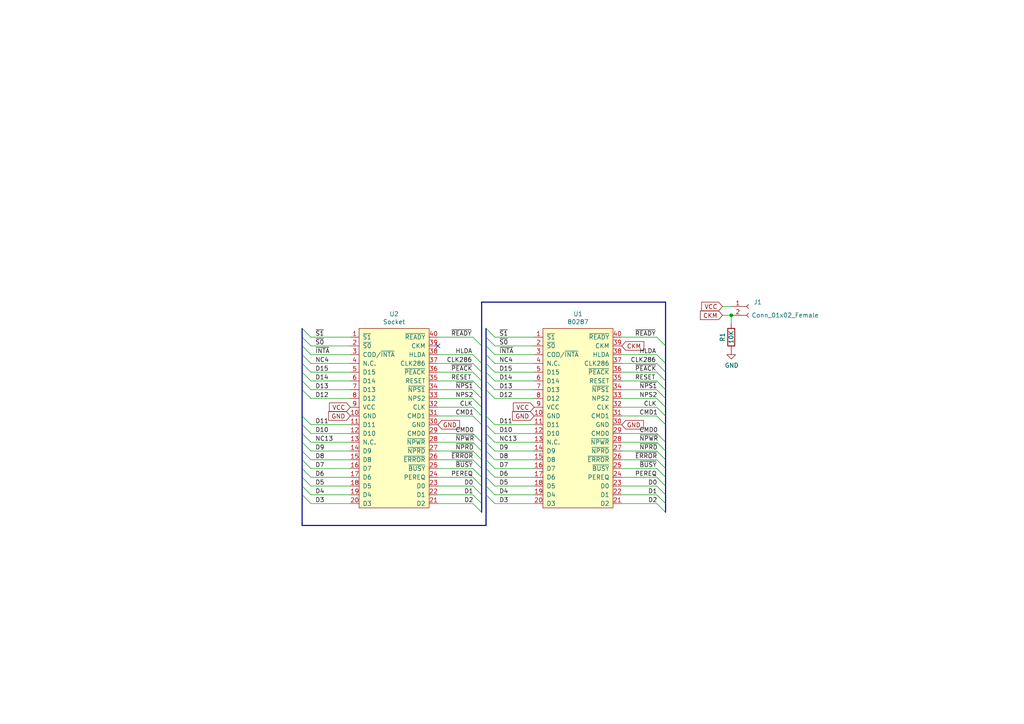
<source format=kicad_sch>
(kicad_sch (version 20231120) (generator "eeschema") (generator_version "8.0")
  (paper "A4")
  (title_block (title "286 booster") (date "2021-12-27") (rev "1") (company "Necroware") (comment 1 "By Scorp"))
  (lib_symbols
    (symbol "287-booster:80287" (pin_names (offset 1.016))
      (property "Reference" "U" (at 0 3.81 0))
      (property "Value" "80287" (at 0 1.27 0))
      (symbol "80287_0_1"
        (rectangle (start -10.16 0) (end 10.16 -52.07) (fill (type background)))
      )
      (symbol "80287_1_1"
        (pin input line (at -12.7 -2.54 0) (length 2.54) (name "~{S1}") (number "1"))
        (pin input line (at -12.7 -25.4 0) (length 2.54) (name "GND") (number "10"))
        (pin input line (at -12.7 -27.94 0) (length 2.54) (name "D11") (number "11"))
        (pin input line (at -12.7 -30.48 0) (length 2.54) (name "D10") (number "12"))
        (pin input line (at -12.7 -33.02 0) (length 2.54) (name "N.C.") (number "13"))
        (pin input line (at -12.7 -35.56 0) (length 2.54) (name "D9") (number "14"))
        (pin input line (at -12.7 -38.1 0) (length 2.54) (name "D8") (number "15"))
        (pin input line (at -12.7 -40.64 0) (length 2.54) (name "D7") (number "16"))
        (pin input line (at -12.7 -43.18 0) (length 2.54) (name "D6") (number "17"))
        (pin input line (at -12.7 -45.72 0) (length 2.54) (name "D5") (number "18"))
        (pin input line (at -12.7 -48.26 0) (length 2.54) (name "D4") (number "19"))
        (pin input line (at -12.7 -5.08 0) (length 2.54) (name "~{S0}") (number "2"))
        (pin input line (at -12.7 -50.8 0) (length 2.54) (name "D3") (number "20"))
        (pin input line (at 12.7 -50.8 180) (length 2.54) (name "D2") (number "21"))
        (pin input line (at 12.7 -48.26 180) (length 2.54) (name "D1") (number "22"))
        (pin input line (at 12.7 -45.72 180) (length 2.54) (name "D0") (number "23"))
        (pin input line (at 12.7 -43.18 180) (length 2.54) (name "PEREQ") (number "24"))
        (pin input line (at 12.7 -40.64 180) (length 2.54) (name "~{BUSY}") (number "25"))
        (pin input line (at 12.7 -38.1 180) (length 2.54) (name "~{ERROR}") (number "26"))
        (pin input line (at 12.7 -35.56 180) (length 2.54) (name "~{NPRD}") (number "27"))
        (pin input line (at 12.7 -33.02 180) (length 2.54) (name "~{NPWR}") (number "28"))
        (pin input line (at 12.7 -30.48 180) (length 2.54) (name "CMD0") (number "29"))
        (pin input line (at -12.7 -7.62 0) (length 2.54) (name "COD/~{INTA}") (number "3"))
        (pin input line (at 12.7 -27.94 180) (length 2.54) (name "GND") (number "30"))
        (pin input line (at 12.7 -25.4 180) (length 2.54) (name "CMD1") (number "31"))
        (pin input line (at 12.7 -22.86 180) (length 2.54) (name "CLK") (number "32"))
        (pin input line (at 12.7 -20.32 180) (length 2.54) (name "NPS2") (number "33"))
        (pin input line (at 12.7 -17.78 180) (length 2.54) (name "~{NPS1}") (number "34"))
        (pin input line (at 12.7 -15.24 180) (length 2.54) (name "RESET") (number "35"))
        (pin input line (at 12.7 -12.7 180) (length 2.54) (name "~{PEACK}") (number "36"))
        (pin input line (at 12.7 -10.16 180) (length 2.54) (name "CLK286") (number "37"))
        (pin input line (at 12.7 -7.62 180) (length 2.54) (name "HLDA") (number "38"))
        (pin input line (at 12.7 -5.08 180) (length 2.54) (name "CKM") (number "39"))
        (pin input line (at -12.7 -10.16 0) (length 2.54) (name "N.C.") (number "4"))
        (pin input line (at 12.7 -2.54 180) (length 2.54) (name "~{READY}") (number "40"))
        (pin input line (at -12.7 -12.7 0) (length 2.54) (name "D15") (number "5"))
        (pin input line (at -12.7 -15.24 0) (length 2.54) (name "D14") (number "6"))
        (pin input line (at -12.7 -17.78 0) (length 2.54) (name "D13") (number "7"))
        (pin input line (at -12.7 -20.32 0) (length 2.54) (name "D12") (number "8"))
        (pin input line (at -12.7 -22.86 0) (length 2.54) (name "VCC") (number "9"))
      )
    )
    (symbol "Connector:Conn_01x02_Female" (pin_names (offset 1.016) hide)
      (property "Reference" "J" (at 0 2.54 0))
      (property "Value" "Conn_01x02_Female" (at 0 -5.08 0))
      (symbol "Conn_01x02_Female_1_1"
        (arc (start 0 -2.032) (mid -0.5058 -2.54) (end 0 -3.048) (stroke (width 0.1524)))
        (polyline (pts (xy -1.27 -2.54) (xy -0.508 -2.54)) (stroke (width 0.1524)))
        (polyline (pts (xy -1.27 0) (xy -0.508 0)) (stroke (width 0.1524)))
        (arc (start 0 0.508) (mid -0.5058 0) (end 0 -0.508) (stroke (width 0.1524)))
        (pin passive line (at -5.08 0 0) (length 3.81) (name "Pin_1") (number "1"))
        (pin passive line (at -5.08 -2.54 0) (length 3.81) (name "Pin_2") (number "2"))
      )
    )
    (symbol "Device:R" (pin_numbers hide) (pin_names (offset 0))
      (property "Reference" "R" (at 2.032 0 90))
      (property "Value" "R" (at 0 0 90))
      (symbol "R_0_1"
        (rectangle (start -1.016 -2.54) (end 1.016 2.54) (stroke (width 0.254)))
      )
      (symbol "R_1_1"
        (pin passive line (at 0 3.81 270) (length 1.27) (name "~") (number "1"))
        (pin passive line (at 0 -3.81 90) (length 1.27) (name "~") (number "2"))
      )
    )
    (symbol "power:GND" (power) (pin_names (offset 0))
      (property "Value" "GND" (at 0 -3.81 0))
      (symbol "GND_0_1"
        (polyline (pts (xy 0 0) (xy 0 -1.27) (xy 1.27 -1.27) (xy 0 -2.54) (xy -1.27 -1.27) (xy 0 -1.27)))
      )
      (symbol "GND_1_1"
        (pin power_in line (at 0 0 270) (length 0) hide (name "GND") (number "1"))
      )
    )
  )
  (junction (at 212.09 91.44))
  (no_connect (at 127 100.33))
  (bus_entry (at 140.97 133.35) (size 2.54 2.54))
  (bus_entry (at 137.16 140.97) (size 2.54 2.54))
  (bus_entry (at 190.5 102.87) (size 2.54 2.54))
  (bus_entry (at 140.97 140.97) (size 2.54 2.54))
  (bus_entry (at 137.16 143.51) (size 2.54 2.54))
  (bus_entry (at 137.16 146.05) (size 2.54 2.54))
  (bus_entry (at 190.5 135.89) (size 2.54 2.54))
  (bus_entry (at 140.97 107.95) (size 2.54 2.54))
  (bus_entry (at 190.5 115.57) (size 2.54 2.54))
  (bus_entry (at 137.16 118.11) (size 2.54 2.54))
  (bus_entry (at 87.63 135.89) (size 2.54 2.54))
  (bus_entry (at 190.5 113.03) (size 2.54 2.54))
  (bus_entry (at 137.16 97.79) (size 2.54 2.54))
  (bus_entry (at 87.63 140.97) (size 2.54 2.54))
  (bus_entry (at 137.16 135.89) (size 2.54 2.54))
  (bus_entry (at 140.97 130.81) (size 2.54 2.54))
  (bus_entry (at 140.97 97.79) (size 2.54 2.54))
  (bus_entry (at 87.63 113.03) (size 2.54 2.54))
  (bus_entry (at 140.97 143.51) (size 2.54 2.54))
  (bus_entry (at 190.5 146.05) (size 2.54 2.54))
  (bus_entry (at 87.63 97.79) (size 2.54 2.54))
  (bus_entry (at 140.97 102.87) (size 2.54 2.54))
  (bus_entry (at 137.16 107.95) (size 2.54 2.54))
  (bus_entry (at 140.97 105.41) (size 2.54 2.54))
  (bus_entry (at 87.63 123.19) (size 2.54 2.54))
  (bus_entry (at 87.63 100.33) (size 2.54 2.54))
  (bus_entry (at 140.97 110.49) (size 2.54 2.54))
  (bus_entry (at 140.97 125.73) (size 2.54 2.54))
  (bus_entry (at 137.16 133.35) (size 2.54 2.54))
  (bus_entry (at 87.63 130.81) (size 2.54 2.54))
  (bus_entry (at 137.16 130.81) (size 2.54 2.54))
  (bus_entry (at 140.97 95.25) (size 2.54 2.54))
  (bus_entry (at 87.63 110.49) (size 2.54 2.54))
  (bus_entry (at 140.97 138.43) (size 2.54 2.54))
  (bus_entry (at 87.63 95.25) (size 2.54 2.54))
  (bus_entry (at 137.16 113.03) (size 2.54 2.54))
  (bus_entry (at 190.5 118.11) (size 2.54 2.54))
  (bus_entry (at 137.16 105.41) (size 2.54 2.54))
  (bus_entry (at 137.16 138.43) (size 2.54 2.54))
  (bus_entry (at 190.5 138.43) (size 2.54 2.54))
  (bus_entry (at 190.5 133.35) (size 2.54 2.54))
  (bus_entry (at 87.63 120.65) (size 2.54 2.54))
  (bus_entry (at 137.16 128.27) (size 2.54 2.54))
  (bus_entry (at 140.97 123.19) (size 2.54 2.54))
  (bus_entry (at 190.5 143.51) (size 2.54 2.54))
  (bus_entry (at 87.63 102.87) (size 2.54 2.54))
  (bus_entry (at 190.5 110.49) (size 2.54 2.54))
  (bus_entry (at 140.97 120.65) (size 2.54 2.54))
  (bus_entry (at 190.5 105.41) (size 2.54 2.54))
  (bus_entry (at 87.63 133.35) (size 2.54 2.54))
  (bus_entry (at 190.5 125.73) (size 2.54 2.54))
  (bus_entry (at 137.16 125.73) (size 2.54 2.54))
  (bus_entry (at 137.16 102.87) (size 2.54 2.54))
  (bus_entry (at 137.16 120.65) (size 2.54 2.54))
  (bus_entry (at 190.5 128.27) (size 2.54 2.54))
  (bus_entry (at 140.97 100.33) (size 2.54 2.54))
  (bus_entry (at 190.5 107.95) (size 2.54 2.54))
  (bus_entry (at 87.63 107.95) (size 2.54 2.54))
  (bus_entry (at 87.63 138.43) (size 2.54 2.54))
  (bus_entry (at 190.5 97.79) (size 2.54 2.54))
  (bus_entry (at 140.97 113.03) (size 2.54 2.54))
  (bus_entry (at 87.63 128.27) (size 2.54 2.54))
  (bus_entry (at 190.5 140.97) (size 2.54 2.54))
  (bus_entry (at 87.63 143.51) (size 2.54 2.54))
  (bus_entry (at 87.63 125.73) (size 2.54 2.54))
  (bus_entry (at 87.63 105.41) (size 2.54 2.54))
  (bus_entry (at 137.16 110.49) (size 2.54 2.54))
  (bus_entry (at 140.97 128.27) (size 2.54 2.54))
  (bus_entry (at 140.97 135.89) (size 2.54 2.54))
  (bus_entry (at 190.5 120.65) (size 2.54 2.54))
  (bus_entry (at 137.16 115.57) (size 2.54 2.54))
  (bus_entry (at 190.5 130.81) (size 2.54 2.54))
  (wire (pts (xy 143.51 135.89) (xy 154.94 135.89)))
  (wire (pts (xy 209.55 91.44) (xy 212.09 91.44)))
  (wire (pts (xy 127 115.57) (xy 137.16 115.57)))
  (bus (pts (xy 87.63 97.79) (xy 87.63 100.33)))
  (bus (pts (xy 139.7 140.97) (xy 139.7 143.51)))
  (bus (pts (xy 139.7 87.63) (xy 193.04 87.63)))
  (wire (pts (xy 90.17 125.73) (xy 101.6 125.73)))
  (bus (pts (xy 140.97 95.25) (xy 140.97 97.79)))
  (wire (pts (xy 127 110.49) (xy 137.16 110.49)))
  (bus (pts (xy 139.7 115.57) (xy 139.7 118.11)))
  (bus (pts (xy 139.7 123.19) (xy 139.7 128.27)))
  (wire (pts (xy 127 138.43) (xy 137.16 138.43)))
  (wire (pts (xy 90.17 107.95) (xy 101.6 107.95)))
  (bus (pts (xy 139.7 120.65) (xy 139.7 123.19)))
  (wire (pts (xy 180.34 133.35) (xy 190.5 133.35)))
  (bus (pts (xy 87.63 95.25) (xy 87.63 97.79)))
  (bus (pts (xy 140.97 125.73) (xy 140.97 128.27)))
  (bus (pts (xy 193.04 140.97) (xy 193.04 143.51)))
  (bus (pts (xy 87.63 125.73) (xy 87.63 128.27)))
  (wire (pts (xy 101.6 102.87) (xy 90.17 102.87)))
  (bus (pts (xy 87.63 105.41) (xy 87.63 107.95)))
  (bus (pts (xy 140.97 143.51) (xy 140.97 152.4)))
  (bus (pts (xy 87.63 135.89) (xy 87.63 138.43)))
  (bus (pts (xy 193.04 130.81) (xy 193.04 133.35)))
  (bus (pts (xy 140.97 123.19) (xy 140.97 125.73)))
  (wire (pts (xy 180.34 107.95) (xy 190.5 107.95)))
  (wire (pts (xy 180.34 135.89) (xy 190.5 135.89)))
  (wire (pts (xy 180.34 143.51) (xy 190.5 143.51)))
  (wire (pts (xy 212.09 91.44) (xy 212.09 93.98)))
  (bus (pts (xy 139.7 107.95) (xy 139.7 110.49)))
  (wire (pts (xy 90.17 110.49) (xy 101.6 110.49)))
  (bus (pts (xy 140.97 130.81) (xy 140.97 133.35)))
  (wire (pts (xy 90.17 130.81) (xy 101.6 130.81)))
  (wire (pts (xy 180.34 128.27) (xy 190.5 128.27)))
  (wire (pts (xy 180.34 130.81) (xy 190.5 130.81)))
  (wire (pts (xy 90.17 128.27) (xy 101.6 128.27)))
  (bus (pts (xy 139.7 100.33) (xy 139.7 105.41)))
  (wire (pts (xy 127 118.11) (xy 137.16 118.11)))
  (bus (pts (xy 140.97 133.35) (xy 140.97 135.89)))
  (wire (pts (xy 127 133.35) (xy 137.16 133.35)))
  (wire (pts (xy 127 135.89) (xy 137.16 135.89)))
  (bus (pts (xy 87.63 152.4) (xy 140.97 152.4)))
  (wire (pts (xy 180.34 113.03) (xy 190.5 113.03)))
  (wire (pts (xy 154.94 102.87) (xy 143.51 102.87)))
  (wire (pts (xy 143.51 140.97) (xy 154.94 140.97)))
  (bus (pts (xy 140.97 140.97) (xy 140.97 143.51)))
  (bus (pts (xy 193.04 100.33) (xy 193.04 105.41)))
  (wire (pts (xy 90.17 140.97) (xy 101.6 140.97)))
  (bus (pts (xy 193.04 105.41) (xy 193.04 107.95)))
  (bus (pts (xy 139.7 130.81) (xy 139.7 133.35)))
  (wire (pts (xy 127 120.65) (xy 137.16 120.65)))
  (bus (pts (xy 87.63 133.35) (xy 87.63 135.89)))
  (bus (pts (xy 140.97 120.65) (xy 140.97 123.19)))
  (bus (pts (xy 193.04 118.11) (xy 193.04 120.65)))
  (bus (pts (xy 140.97 100.33) (xy 140.97 102.87)))
  (wire (pts (xy 127 140.97) (xy 137.16 140.97)))
  (wire (pts (xy 209.55 88.9) (xy 212.09 88.9)))
  (wire (pts (xy 90.17 146.05) (xy 101.6 146.05)))
  (wire (pts (xy 143.51 130.81) (xy 154.94 130.81)))
  (bus (pts (xy 87.63 138.43) (xy 87.63 140.97)))
  (bus (pts (xy 193.04 128.27) (xy 193.04 130.81)))
  (bus (pts (xy 87.63 110.49) (xy 87.63 113.03)))
  (wire (pts (xy 143.51 128.27) (xy 154.94 128.27)))
  (bus (pts (xy 87.63 128.27) (xy 87.63 130.81)))
  (bus (pts (xy 139.7 133.35) (xy 139.7 135.89)))
  (bus (pts (xy 139.7 128.27) (xy 139.7 130.81)))
  (wire (pts (xy 143.51 146.05) (xy 154.94 146.05)))
  (bus (pts (xy 87.63 130.81) (xy 87.63 133.35)))
  (bus (pts (xy 140.97 128.27) (xy 140.97 130.81)))
  (bus (pts (xy 139.7 110.49) (xy 139.7 113.03)))
  (wire (pts (xy 180.34 146.05) (xy 190.5 146.05)))
  (wire (pts (xy 143.51 133.35) (xy 154.94 133.35)))
  (bus (pts (xy 193.04 123.19) (xy 193.04 128.27)))
  (bus (pts (xy 87.63 140.97) (xy 87.63 143.51)))
  (bus (pts (xy 87.63 123.19) (xy 87.63 125.73)))
  (bus (pts (xy 193.04 133.35) (xy 193.04 135.89)))
  (wire (pts (xy 90.17 138.43) (xy 101.6 138.43)))
  (bus (pts (xy 193.04 135.89) (xy 193.04 138.43)))
  (wire (pts (xy 90.17 135.89) (xy 101.6 135.89)))
  (bus (pts (xy 87.63 102.87) (xy 87.63 105.41)))
  (wire (pts (xy 127 102.87) (xy 137.16 102.87)))
  (wire (pts (xy 180.34 138.43) (xy 190.5 138.43)))
  (wire (pts (xy 143.51 113.03) (xy 154.94 113.03)))
  (wire (pts (xy 127 97.79) (xy 137.16 97.79)))
  (wire (pts (xy 143.51 110.49) (xy 154.94 110.49)))
  (wire (pts (xy 143.51 107.95) (xy 154.94 107.95)))
  (bus (pts (xy 139.7 105.41) (xy 139.7 107.95)))
  (bus (pts (xy 140.97 135.89) (xy 140.97 138.43)))
  (wire (pts (xy 180.34 97.79) (xy 190.5 97.79)))
  (wire (pts (xy 180.34 120.65) (xy 190.5 120.65)))
  (wire (pts (xy 154.94 97.79) (xy 143.51 97.79)))
  (wire (pts (xy 90.17 143.51) (xy 101.6 143.51)))
  (wire (pts (xy 154.94 100.33) (xy 143.51 100.33)))
  (bus (pts (xy 140.97 102.87) (xy 140.97 105.41)))
  (wire (pts (xy 180.34 102.87) (xy 190.5 102.87)))
  (bus (pts (xy 193.04 120.65) (xy 193.04 123.19)))
  (bus (pts (xy 139.7 87.63) (xy 139.7 100.33)))
  (bus (pts (xy 87.63 107.95) (xy 87.63 110.49)))
  (bus (pts (xy 139.7 135.89) (xy 139.7 138.43)))
  (wire (pts (xy 143.51 123.19) (xy 154.94 123.19)))
  (bus (pts (xy 139.7 143.51) (xy 139.7 146.05)))
  (bus (pts (xy 140.97 97.79) (xy 140.97 100.33)))
  (wire (pts (xy 127 146.05) (xy 137.16 146.05)))
  (wire (pts (xy 143.51 125.73) (xy 154.94 125.73)))
  (wire (pts (xy 127 125.73) (xy 137.16 125.73)))
  (wire (pts (xy 127 113.03) (xy 137.16 113.03)))
  (wire (pts (xy 143.51 138.43) (xy 154.94 138.43)))
  (bus (pts (xy 193.04 146.05) (xy 193.04 148.59)))
  (wire (pts (xy 90.17 115.57) (xy 101.6 115.57)))
  (bus (pts (xy 193.04 87.63) (xy 193.04 100.33)))
  (wire (pts (xy 180.34 115.57) (xy 190.5 115.57)))
  (wire (pts (xy 127 105.41) (xy 137.16 105.41)))
  (wire (pts (xy 143.51 115.57) (xy 154.94 115.57)))
  (wire (pts (xy 180.34 125.73) (xy 190.5 125.73)))
  (bus (pts (xy 87.63 143.51) (xy 87.63 152.4)))
  (wire (pts (xy 90.17 105.41) (xy 101.6 105.41)))
  (bus (pts (xy 193.04 115.57) (xy 193.04 118.11)))
  (wire (pts (xy 127 128.27) (xy 137.16 128.27)))
  (bus (pts (xy 140.97 113.03) (xy 140.97 120.65)))
  (wire (pts (xy 90.17 113.03) (xy 101.6 113.03)))
  (bus (pts (xy 139.7 113.03) (xy 139.7 115.57)))
  (wire (pts (xy 127 130.81) (xy 137.16 130.81)))
  (bus (pts (xy 87.63 113.03) (xy 87.63 120.65)))
  (wire (pts (xy 143.51 143.51) (xy 154.94 143.51)))
  (bus (pts (xy 87.63 120.65) (xy 87.63 123.19)))
  (bus (pts (xy 139.7 138.43) (xy 139.7 140.97)))
  (bus (pts (xy 140.97 138.43) (xy 140.97 140.97)))
  (bus (pts (xy 193.04 143.51) (xy 193.04 146.05)))
  (bus (pts (xy 87.63 100.33) (xy 87.63 102.87)))
  (wire (pts (xy 143.51 105.41) (xy 154.94 105.41)))
  (wire (pts (xy 180.34 110.49) (xy 190.5 110.49)))
  (bus (pts (xy 140.97 105.41) (xy 140.97 107.95)))
  (wire (pts (xy 90.17 123.19) (xy 101.6 123.19)))
  (wire (pts (xy 127 107.95) (xy 137.16 107.95)))
  (wire (pts (xy 180.34 140.97) (xy 190.5 140.97)))
  (bus (pts (xy 193.04 107.95) (xy 193.04 110.49)))
  (bus (pts (xy 193.04 110.49) (xy 193.04 113.03)))
  (bus (pts (xy 139.7 146.05) (xy 139.7 148.59)))
  (wire (pts (xy 127 143.51) (xy 137.16 143.51)))
  (bus (pts (xy 193.04 113.03) (xy 193.04 115.57)))
  (bus (pts (xy 193.04 138.43) (xy 193.04 140.97)))
  (wire (pts (xy 180.34 105.41) (xy 190.5 105.41)))
  (wire (pts (xy 180.34 118.11) (xy 190.5 118.11)))
  (bus (pts (xy 140.97 110.49) (xy 140.97 113.03)))
  (bus (pts (xy 139.7 118.11) (xy 139.7 120.65)))
  (bus (pts (xy 140.97 107.95) (xy 140.97 110.49)))
  (wire (pts (xy 90.17 133.35) (xy 101.6 133.35)))
  (wire (pts (xy 101.6 97.79) (xy 90.17 97.79)))
  (wire (pts (xy 101.6 100.33) (xy 90.17 100.33)))
  (label "~{NPS1}" (at 185.42 113.03 0))
  (label "D2" (at 134.62 146.05 0))
  (label "~{INTA}" (at 144.78 102.87 0))
  (label "~{PEACK}" (at 130.81 107.95 0))
  (label "CMD0" (at 132.08 125.73 0))
  (label "~{READY}" (at 130.81 97.79 0))
  (label "D12" (at 144.78 115.57 0))
  (label "D4" (at 144.78 143.51 0))
  (label "D1" (at 187.96 143.51 0))
  (label "~{S0}" (at 144.78 100.33 0))
  (label "D4" (at 91.44 143.51 0))
  (label "~{PEACK}" (at 184.15 107.95 0))
  (label "CLK" (at 133.35 118.11 0))
  (label "D13" (at 91.44 113.03 0))
  (label "PEREQ" (at 184.15 138.43 0))
  (label "D2" (at 187.96 146.05 0))
  (label "NC13" (at 144.78 128.27 0))
  (label "D5" (at 91.44 140.97 0))
  (label "~{BUSY}" (at 132.08 135.89 0))
  (label "HLDA" (at 132.08 102.87 0))
  (label "D8" (at 144.78 133.35 0))
  (label "HLDA" (at 185.42 102.87 0))
  (label "D3" (at 91.44 146.05 0))
  (label "D7" (at 91.44 135.89 0))
  (label "~{S1}" (at 91.44 97.79 0))
  (label "D13" (at 144.78 113.03 0))
  (label "D14" (at 91.44 110.49 0))
  (label "D5" (at 144.78 140.97 0))
  (label "RESET" (at 184.15 110.49 0))
  (label "D8" (at 91.44 133.35 0))
  (label "~{S1}" (at 144.78 97.79 0))
  (label "D0" (at 134.62 140.97 0))
  (label "D1" (at 134.62 143.51 0))
  (label "~{BUSY}" (at 185.42 135.89 0))
  (label "D6" (at 144.78 138.43 0))
  (label "D14" (at 144.78 110.49 0))
  (label "D15" (at 144.78 107.95 0))
  (label "~{NPRD}" (at 185.42 130.81 0))
  (label "CLK286" (at 182.88 105.41 0))
  (label "D6" (at 91.44 138.43 0))
  (label "~{ERROR}" (at 184.15 133.35 0))
  (label "CLK" (at 186.69 118.11 0))
  (label "NPS2" (at 185.42 115.57 0))
  (label "D0" (at 187.96 140.97 0))
  (label "PEREQ" (at 130.81 138.43 0))
  (label "~{INTA}" (at 91.44 102.87 0))
  (label "NC4" (at 91.44 105.41 0))
  (label "~{ERROR}" (at 130.81 133.35 0))
  (label "D12" (at 91.44 115.57 0))
  (label "CMD1" (at 132.08 120.65 0))
  (label "D10" (at 144.78 125.73 0))
  (label "CLK286" (at 129.54 105.41 0))
  (label "~{NPWR}" (at 132.08 128.27 0))
  (label "NPS2" (at 132.08 115.57 0))
  (label "NC4" (at 144.78 105.41 0))
  (label "~{S0}" (at 91.44 100.33 0))
  (label "D15" (at 91.44 107.95 0))
  (label "~{NPRD}" (at 132.08 130.81 0))
  (label "~{NPS1}" (at 132.08 113.03 0))
  (label "CMD1" (at 185.42 120.65 0))
  (label "~{NPWR}" (at 185.42 128.27 0))
  (label "D11" (at 144.78 123.19 0))
  (label "D9" (at 144.78 130.81 0))
  (label "CMD0" (at 185.42 125.73 0))
  (label "D7" (at 144.78 135.89 0))
  (label "D3" (at 144.78 146.05 0))
  (label "RESET" (at 130.81 110.49 0))
  (label "D11" (at 91.44 123.19 0))
  (label "~{READY}" (at 184.15 97.79 0))
  (label "NC13" (at 91.44 128.27 0))
  (label "D10" (at 91.44 125.73 0))
  (label "D9" (at 91.44 130.81 0))
  (global_label "VCC" (shape input) (at 154.94 118.11 180) (property "Intersheetrefs" "${INTERSHEET_REFS}" (effects (hide yes))))
  (global_label "GND" (shape input) (at 127 123.19 0) (property "Intersheetrefs" "${INTERSHEET_REFS}" (effects (hide yes))))
  (global_label "CKM" (shape input) (at 209.55 91.44 180) (property "Intersheetrefs" "${INTERSHEET_REFS}" (effects (hide yes))))
  (global_label "GND" (shape input) (at 180.34 123.19 0) (property "Intersheetrefs" "${INTERSHEET_REFS}" (effects (hide yes))))
  (global_label "GND" (shape input) (at 101.6 120.65 180) (property "Intersheetrefs" "${INTERSHEET_REFS}" (effects (hide yes))))
  (global_label "VCC" (shape input) (at 101.6 118.11 180) (property "Intersheetrefs" "${INTERSHEET_REFS}" (effects (hide yes))))
  (global_label "CKM" (shape input) (at 180.34 100.33 0) (property "Intersheetrefs" "${INTERSHEET_REFS}" (effects (hide yes))))
  (global_label "VCC" (shape input) (at 209.55 88.9 180) (property "Intersheetrefs" "${INTERSHEET_REFS}" (effects (hide yes))))
  (global_label "GND" (shape input) (at 154.94 120.65 180) (property "Intersheetrefs" "${INTERSHEET_REFS}" (effects (hide yes))))
  (symbol (lib_id "287-booster:80287") (at 114.3 95.25 0) (unit 1)
    (property "Reference" "U2" (at 114.3 91.059 0))
    (property "Value" "Socket" (at 114.3 93.3704 0))
    (property "Footprint" "Package_DIP:DIP-40_W15.24mm" (effects (hide yes)))
  )
  (symbol (lib_id "287-booster:80287") (at 167.64 95.25 0) (unit 1)
    (property "Reference" "U1" (at 167.64 91.059 0))
    (property "Value" "80287" (at 167.64 93.3704 0))
    (property "Footprint" "Package_DIP:DIP-40_W15.24mm_Socket" (effects (hide yes)))
  )
  (symbol (lib_id "Connector:Conn_01x02_Female") (at 217.17 88.9 0) (unit 1)
    (property "Reference" "J1" (at 220.98 87.63 0) (effects (justify right)))
    (property "Value" "Conn_01x02_Female" (at 237.49 91.44 0) (effects (justify right)))
    (property "Footprint" "Connector_PinHeader_2.54mm:PinHeader_1x02_P2.54mm_Vertical" (effects (hide yes)))
  )
  (symbol (lib_id "Device:R") (at 212.09 97.79 180) (unit 1)
    (property "Reference" "R1" (at 209.55 97.79 90))
    (property "Value" "10K" (at 212.09 97.79 90))
    (property "Footprint" "Resistor_THT:R_Axial_DIN0207_L6.3mm_D2.5mm_P7.62mm_Horizontal" (effects (hide yes)))
  )
  (symbol (lib_id "power:GND") (at 212.09 101.6 0) (unit 1)
    (property "Reference" "#PWR0101" (effects (hide yes)))
    (property "Value" "GND" (at 212.217 105.9942 0))
  )
)
</source>
